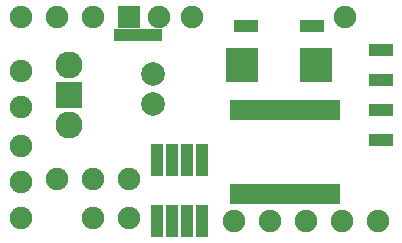
<source format=gts>
G04 (created by PCBNEW-RS274X (2011-07-08)-stable) date Wed 23 Nov 2011 11:36:48 PM EST*
G01*
G70*
G90*
%MOIN*%
G04 Gerber Fmt 3.4, Leading zero omitted, Abs format*
%FSLAX34Y34*%
G04 APERTURE LIST*
%ADD10C,0.006000*%
%ADD11R,0.106600X0.114500*%
%ADD12C,0.079100*%
%ADD13C,0.090000*%
%ADD14R,0.090000X0.090000*%
%ADD15R,0.075000X0.075000*%
%ADD16C,0.075000*%
%ADD17R,0.039700X0.039700*%
%ADD18R,0.043600X0.106600*%
%ADD19R,0.036000X0.070000*%
G04 APERTURE END LIST*
G54D10*
G54D11*
X21740Y-28500D03*
X19260Y-28500D03*
G54D12*
X16300Y-28800D03*
X16300Y-29800D03*
G54D13*
X13500Y-28500D03*
G54D14*
X13500Y-29500D03*
G54D13*
X13500Y-30500D03*
G54D15*
X15500Y-26900D03*
G54D16*
X16500Y-26900D03*
G54D17*
X23699Y-31000D03*
X24101Y-31000D03*
X23699Y-30000D03*
X24101Y-30000D03*
X23699Y-29000D03*
X24101Y-29000D03*
X23699Y-28000D03*
X24101Y-28000D03*
X15601Y-27500D03*
X15199Y-27500D03*
X19601Y-27200D03*
X19199Y-27200D03*
X21399Y-27200D03*
X21801Y-27200D03*
X16401Y-27500D03*
X15999Y-27500D03*
G54D18*
X17950Y-31676D03*
X17450Y-31676D03*
X16950Y-31676D03*
X16450Y-31676D03*
X16450Y-33723D03*
X16950Y-33723D03*
X17450Y-33723D03*
X17950Y-33723D03*
G54D19*
X19050Y-32800D03*
X19300Y-32800D03*
X19560Y-32800D03*
X19820Y-32800D03*
X20070Y-32800D03*
X20330Y-32800D03*
X20590Y-32800D03*
X20840Y-32800D03*
X21100Y-32800D03*
X21350Y-32800D03*
X21610Y-32800D03*
X21870Y-32800D03*
X22120Y-32800D03*
X22380Y-32800D03*
X22380Y-30000D03*
X22120Y-30000D03*
X21880Y-30000D03*
X21610Y-30000D03*
X21350Y-30000D03*
X21100Y-30000D03*
X20840Y-30000D03*
X20590Y-30000D03*
X20330Y-30000D03*
X20070Y-30000D03*
X19820Y-30000D03*
X19560Y-30000D03*
X19300Y-30000D03*
X19050Y-30000D03*
G54D16*
X11900Y-32400D03*
X11900Y-33600D03*
X11900Y-29900D03*
X11900Y-31200D03*
X11900Y-28700D03*
X14300Y-33600D03*
X13100Y-32300D03*
X14300Y-32300D03*
X15500Y-33600D03*
X15500Y-32300D03*
X14300Y-26900D03*
X13100Y-26900D03*
X19000Y-33700D03*
X20200Y-33700D03*
X21400Y-33700D03*
X22600Y-33700D03*
X23800Y-33700D03*
X17600Y-26900D03*
X11900Y-26900D03*
X22700Y-26900D03*
M02*

</source>
